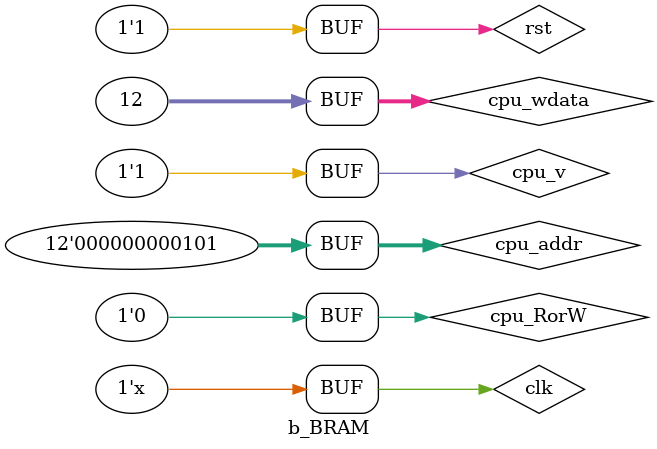
<source format=v>
`timescale 1ns / 1ps


module b_BRAM(

    );
reg clk,rst,cpu_v,cpu_RorW;
    reg [11:0]cpu_addr;
    reg [31:0]cpu_wdata;
    wire [1:0]state;
    wire hit;
    wire cpu_ready;
    wire [31:0]cpu_rdata;
    initial
    begin
    clk=0;
    rst=0;
    cpu_v=1'b1;
    cpu_RorW=1'b0;//¶ÁÖ÷´æ¿é49£¬µÍ32Î»£¬cache²»ÃüÖÐ£¬µ÷Ö÷´æÔÙ¶Á£¬3£¬ÎÞÔàÎ»
    cpu_addr=12'b00001_10001_00;
    cpu_wdata=32'hf;
    #1
    rst=1;
    #99
    cpu_RorW=1'b1;//Ð´Ö÷´æ¿é49 ´Î32Î»£¬cacheÃüÖÐ 1 ±äÔà
    cpu_addr=12'b00001_10001_01;
    cpu_wdata=32'hf;
    #100
    cpu_RorW=1'b0;//¶ÁÖ÷´æ¿é49 ´Î32Î» cacheÃüÖÐ 1
    cpu_addr=12'b00001_10001_01;
    cpu_wdata=32'hf;
    #100
    cpu_RorW=1'b1;//Ð´Ö÷´æ¿é113 ´Î32Î» cache²»ÃüÖÐ£¬µ÷Ö÷´æÔÙÐ´ 3£¬ÔàÎ»
    cpu_addr=12'b00011_10001_01;
    cpu_wdata=32'he;
    #100
    cpu_RorW=1'b1;//Ð´Ö÷´æ¿é33 ´Î32Î» cache²»ÃüÖÐ 3£¬ÎÞÔàÎ»£¬±äÔà
    cpu_addr=12'b00001_00001_01;
    cpu_wdata=32'hc;
    #100
    cpu_RorW=1'b0;//¶ÁÖ÷´æ¿é33 ´Î32Î» cache²»ÃüÖÐ 3£¬ÔàÎ»
    cpu_addr=12'b00000_00001_01;
    cpu_wdata=32'hc;
    end
    always#5
    clk=~clk;
    
    BRAM u_BRAM(
clk,rst,cpu_v,cpu_RorW,cpu_addr,cpu_wdata,cpu_ready,cpu_rdata,state,hit);
endmodule

</source>
